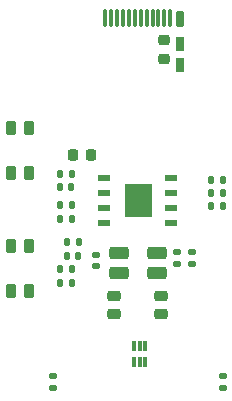
<source format=gbr>
G04 #@! TF.GenerationSoftware,KiCad,Pcbnew,7.0.5*
G04 #@! TF.CreationDate,2023-08-30T18:19:32+03:00*
G04 #@! TF.ProjectId,USB_duck_v2,5553425f-6475-4636-9b5f-76322e6b6963,rev?*
G04 #@! TF.SameCoordinates,Original*
G04 #@! TF.FileFunction,Paste,Bot*
G04 #@! TF.FilePolarity,Positive*
%FSLAX46Y46*%
G04 Gerber Fmt 4.6, Leading zero omitted, Abs format (unit mm)*
G04 Created by KiCad (PCBNEW 7.0.5) date 2023-08-30 18:19:32*
%MOMM*%
%LPD*%
G01*
G04 APERTURE LIST*
G04 Aperture macros list*
%AMRoundRect*
0 Rectangle with rounded corners*
0 $1 Rounding radius*
0 $2 $3 $4 $5 $6 $7 $8 $9 X,Y pos of 4 corners*
0 Add a 4 corners polygon primitive as box body*
4,1,4,$2,$3,$4,$5,$6,$7,$8,$9,$2,$3,0*
0 Add four circle primitives for the rounded corners*
1,1,$1+$1,$2,$3*
1,1,$1+$1,$4,$5*
1,1,$1+$1,$6,$7*
1,1,$1+$1,$8,$9*
0 Add four rect primitives between the rounded corners*
20,1,$1+$1,$2,$3,$4,$5,0*
20,1,$1+$1,$4,$5,$6,$7,0*
20,1,$1+$1,$6,$7,$8,$9,0*
20,1,$1+$1,$8,$9,$2,$3,0*%
G04 Aperture macros list end*
%ADD10C,0.010000*%
%ADD11RoundRect,0.075000X0.075000X0.675000X-0.075000X0.675000X-0.075000X-0.675000X0.075000X-0.675000X0*%
%ADD12RoundRect,0.175000X-0.175000X-0.525000X0.175000X-0.525000X0.175000X0.525000X-0.175000X0.525000X0*%
%ADD13RoundRect,0.135000X-0.185000X0.135000X-0.185000X-0.135000X0.185000X-0.135000X0.185000X0.135000X0*%
%ADD14RoundRect,0.140000X0.140000X0.170000X-0.140000X0.170000X-0.140000X-0.170000X0.140000X-0.170000X0*%
%ADD15RoundRect,0.135000X0.135000X0.185000X-0.135000X0.185000X-0.135000X-0.185000X0.135000X-0.185000X0*%
%ADD16RoundRect,0.262500X-0.587500X-0.262500X0.587500X-0.262500X0.587500X0.262500X-0.587500X0.262500X0*%
%ADD17RoundRect,0.225000X-0.225000X-0.250000X0.225000X-0.250000X0.225000X0.250000X-0.225000X0.250000X0*%
%ADD18RoundRect,0.225000X-0.250000X0.225000X-0.250000X-0.225000X0.250000X-0.225000X0.250000X0.225000X0*%
%ADD19RoundRect,0.225000X0.225000X-0.375000X0.225000X0.375000X-0.225000X0.375000X-0.225000X-0.375000X0*%
%ADD20RoundRect,0.135000X0.185000X-0.135000X0.185000X0.135000X-0.185000X0.135000X-0.185000X-0.135000X0*%
%ADD21RoundRect,0.026400X0.493600X0.193600X-0.493600X0.193600X-0.493600X-0.193600X0.493600X-0.193600X0*%
%ADD22RoundRect,0.225000X0.350000X0.225000X-0.350000X0.225000X-0.350000X-0.225000X0.350000X-0.225000X0*%
%ADD23R,0.300000X0.850000*%
%ADD24R,0.760000X1.270000*%
%ADD25RoundRect,0.140000X0.170000X-0.140000X0.170000X0.140000X-0.170000X0.140000X-0.170000X-0.140000X0*%
G04 APERTURE END LIST*
D10*
X1080000Y-16765000D02*
X-1080000Y-16765000D01*
X-1080000Y-14045000D01*
X1080000Y-14045000D01*
X1080000Y-16765000D01*
G36*
X1080000Y-16765000D02*
G01*
X-1080000Y-16765000D01*
X-1080000Y-14045000D01*
X1080000Y-14045000D01*
X1080000Y-16765000D01*
G37*
D11*
X2750000Y0D03*
X2250000Y0D03*
X1750000Y0D03*
X1250000Y0D03*
X750000Y0D03*
X250000Y0D03*
X-250000Y0D03*
X-750000Y0D03*
X-1250000Y0D03*
X-1750000Y0D03*
X-2250000Y0D03*
X-2750000Y0D03*
D12*
X3600000Y-50000D03*
D13*
X3350000Y-19790000D03*
X3350000Y-20810000D03*
D14*
X-5620000Y-14250000D03*
X-6580000Y-14250000D03*
D15*
X-5600000Y-21250000D03*
X-6620000Y-21250000D03*
X-5590000Y-15800000D03*
X-6610000Y-15800000D03*
D14*
X-5600000Y-13150000D03*
X-6560000Y-13150000D03*
D15*
X-5590000Y-17000000D03*
X-6610000Y-17000000D03*
X7210000Y-13700000D03*
X6190000Y-13700000D03*
X-5000000Y-18950000D03*
X-6020000Y-18950000D03*
D16*
X1600000Y-21525000D03*
X-1600000Y-21525000D03*
X1600000Y-19875000D03*
X-1600000Y-19875000D03*
D17*
X-5525000Y-11600000D03*
X-3975000Y-11600000D03*
D15*
X-5600000Y-22400000D03*
X-6620000Y-22400000D03*
D18*
X2200000Y-1865000D03*
X2200000Y-3415000D03*
D19*
X-9250000Y-13100000D03*
X-10750000Y-13100000D03*
X-9250000Y-9300000D03*
X-10750000Y-9300000D03*
D14*
X7180000Y-15900000D03*
X6220000Y-15900000D03*
D20*
X7200000Y-31310000D03*
X7200000Y-30290000D03*
X-7200000Y-31310000D03*
X-7200000Y-30290000D03*
D21*
X2845000Y-13500000D03*
X2845000Y-14770000D03*
X2845000Y-16040000D03*
X2845000Y-17310000D03*
X-2845000Y-17310000D03*
X-2845000Y-16040000D03*
X-2845000Y-14770000D03*
X-2845000Y-13500000D03*
D22*
X1975000Y-23500000D03*
X1975000Y-25000000D03*
X-1975000Y-25000000D03*
X-1975000Y-23500000D03*
D14*
X-5040000Y-20100000D03*
X-6000000Y-20100000D03*
D23*
X-350000Y-27700000D03*
X150000Y-27700000D03*
X650000Y-27700000D03*
X650000Y-29100000D03*
X150000Y-29100000D03*
X-350000Y-29100000D03*
D19*
X-9250000Y-23100000D03*
X-10750000Y-23100000D03*
X-9250000Y-19300000D03*
X-10750000Y-19300000D03*
D14*
X7180000Y-14800000D03*
X6220000Y-14800000D03*
D24*
X3600000Y-3940000D03*
X3600000Y-2160000D03*
D13*
X4550000Y-19790000D03*
X4550000Y-20810000D03*
D25*
X-3500000Y-20960000D03*
X-3500000Y-20000000D03*
M02*

</source>
